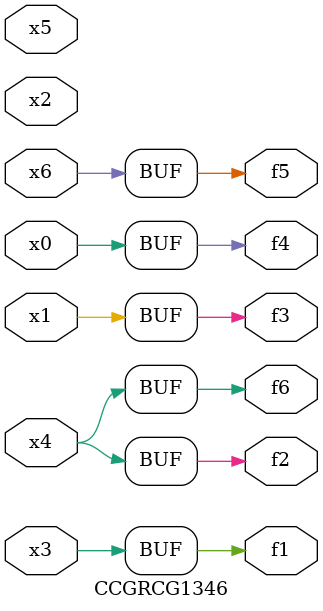
<source format=v>
module CCGRCG1346(
	input x0, x1, x2, x3, x4, x5, x6,
	output f1, f2, f3, f4, f5, f6
);
	assign f1 = x3;
	assign f2 = x4;
	assign f3 = x1;
	assign f4 = x0;
	assign f5 = x6;
	assign f6 = x4;
endmodule

</source>
